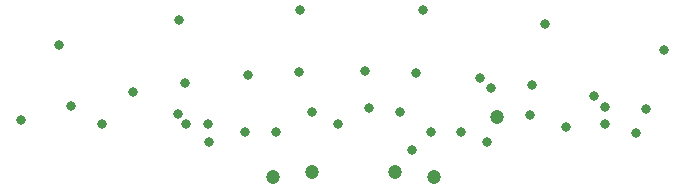
<source format=gbs>
G04*
G04 #@! TF.GenerationSoftware,Altium Limited,Altium Designer,24.9.1 (31)*
G04*
G04 Layer_Color=16711935*
%FSLAX44Y44*%
%MOMM*%
G71*
G04*
G04 #@! TF.SameCoordinates,7DCFF066-EA26-49B3-B75A-539F59D7DBC6*
G04*
G04*
G04 #@! TF.FilePolarity,Negative*
G04*
G01*
G75*
%ADD47C,0.8032*%
%ADD48C,1.2032*%
D47*
X424180Y118618D02*
D03*
X520173Y102791D02*
D03*
X520382Y88532D02*
D03*
X165704Y87884D02*
D03*
X158680Y96350D02*
D03*
X121158Y115062D02*
D03*
X94488Y87884D02*
D03*
X316992Y133350D02*
D03*
X320548Y101854D02*
D03*
X184658Y87884D02*
D03*
X570738Y151130D02*
D03*
X469646Y172974D02*
D03*
X366776Y184658D02*
D03*
X262636Y185166D02*
D03*
X159512Y176022D02*
D03*
X57912Y155448D02*
D03*
X546608Y81026D02*
D03*
X185674Y73406D02*
D03*
X420878D02*
D03*
X511048Y112014D02*
D03*
X554990Y101346D02*
D03*
X456946Y96266D02*
D03*
X414782Y127000D02*
D03*
X487934Y85344D02*
D03*
X346710Y98806D02*
D03*
X272542D02*
D03*
X261677Y132645D02*
D03*
X216154Y81534D02*
D03*
X242316D02*
D03*
X356870Y66294D02*
D03*
X398780Y81280D02*
D03*
X372872Y81534D02*
D03*
X294132Y88646D02*
D03*
X458470Y121666D02*
D03*
X360680Y131826D02*
D03*
X218694Y129540D02*
D03*
X164592Y122682D02*
D03*
X26162Y91440D02*
D03*
X68072Y103378D02*
D03*
D48*
X272542Y47244D02*
D03*
X342657Y47509D02*
D03*
X429514Y93980D02*
D03*
X239153Y43028D02*
D03*
X376161D02*
D03*
M02*

</source>
